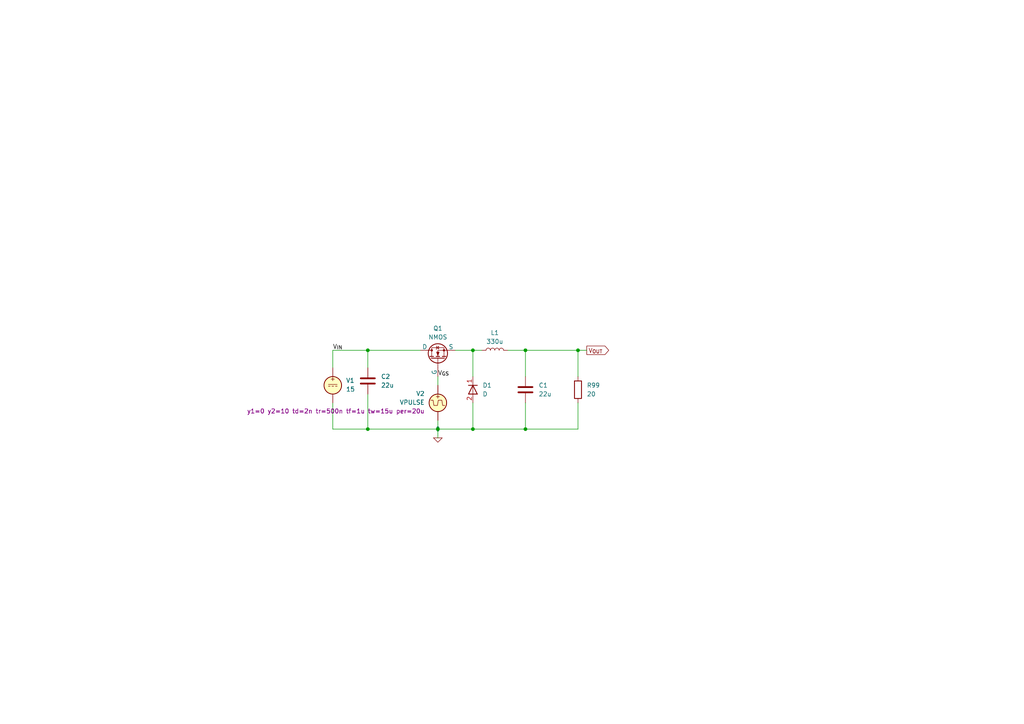
<source format=kicad_sch>
(kicad_sch (version 20231120) (generator "eeschema") (generator_version "8.0")
  (paper "A4")
  (lib_symbols
    (symbol "Device:C" (pin_numbers hide) (pin_names (offset 0.254))
      (property "Reference" "C" (at 0.635 2.54 0))
      (property "Value" "C" (at 0.635 -2.54 0))
      (symbol "C_0_1"
        (polyline (pts (xy -2.032 -0.762) (xy 2.032 -0.762)) (stroke (width 0.508)))
        (polyline (pts (xy -2.032 0.762) (xy 2.032 0.762)) (stroke (width 0.508)))
      )
      (symbol "C_1_1"
        (pin passive line (at 0 3.81 270) (length 2.794) (name "~") (number "1"))
        (pin passive line (at 0 -3.81 90) (length 2.794) (name "~") (number "2"))
      )
    )
    (symbol "Device:L" (pin_numbers hide) (pin_names (offset 1.016) hide)
      (property "Reference" "L" (at -1.27 0 90))
      (property "Value" "L" (at 1.905 0 90))
      (symbol "L_0_1"
        (arc (start 0 -2.54) (mid 0.6323 -1.905) (end 0 -1.27))
        (arc (start 0 -1.27) (mid 0.6323 -0.635) (end 0 0))
        (arc (start 0 0) (mid 0.6323 0.635) (end 0 1.27))
        (arc (start 0 1.27) (mid 0.6323 1.905) (end 0 2.54))
      )
      (symbol "L_1_1"
        (pin passive line (at 0 3.81 270) (length 1.27) (name "1") (number "1"))
        (pin passive line (at 0 -3.81 90) (length 1.27) (name "2") (number "2"))
      )
    )
    (symbol "Device:R" (pin_numbers hide) (pin_names (offset 0))
      (property "Reference" "R" (at 2.032 0 90))
      (property "Value" "R" (at 0 0 90))
      (symbol "R_0_1"
        (rectangle (start -1.016 -2.54) (end 1.016 2.54) (stroke (width 0.254)))
      )
      (symbol "R_1_1"
        (pin passive line (at 0 3.81 270) (length 1.27) (name "~") (number "1"))
        (pin passive line (at 0 -3.81 90) (length 1.27) (name "~") (number "2"))
      )
    )
    (symbol "Simulation_SPICE:0" (power) (pin_numbers hide) (pin_names (offset 0) hide)
      (property "Value" "0" (at 0 -2.54 0))
      (symbol "0_0_1"
        (polyline (pts (xy -1.27 0) (xy 0 -1.27) (xy 1.27 0) (xy -1.27 0)))
      )
      (symbol "0_1_1"
        (pin power_in line (at 0 0 0) (length 0) (name "~") (number "1"))
      )
    )
    (symbol "Simulation_SPICE:D" (pin_names (offset 1.016) hide)
      (property "Reference" "D" (at 0 2.54 0))
      (property "Value" "D" (at 0 -2.54 0))
      (symbol "D_0_1"
        (polyline (pts (xy -1.27 1.27) (xy -1.27 -1.27)) (stroke (width 0.254)))
        (polyline (pts (xy 1.27 0) (xy -1.27 0)))
        (polyline (pts (xy 1.27 1.27) (xy 1.27 -1.27) (xy -1.27 0) (xy 1.27 1.27)) (stroke (width 0.254)))
      )
      (symbol "D_1_1"
        (pin passive line (at -3.81 0 0) (length 2.54) (name "K") (number "1"))
        (pin passive line (at 3.81 0 180) (length 2.54) (name "A") (number "2"))
      )
    )
    (symbol "Simulation_SPICE:NMOS" (pin_numbers hide) (pin_names (offset 0))
      (property "Reference" "Q" (at 5.08 1.27 0))
      (property "Value" "NMOS" (at 5.08 -1.27 0))
      (symbol "NMOS_0_1"
        (polyline (pts (xy 0.254 0) (xy -2.54 0)))
        (polyline (pts (xy 0.254 1.905) (xy 0.254 -1.905)) (stroke (width 0.254)))
        (polyline (pts (xy 0.762 -1.27) (xy 0.762 -2.286)) (stroke (width 0.254)))
        (polyline (pts (xy 0.762 0.508) (xy 0.762 -0.508)) (stroke (width 0.254)))
        (polyline (pts (xy 0.762 2.286) (xy 0.762 1.27)) (stroke (width 0.254)))
        (polyline (pts (xy 2.54 2.54) (xy 2.54 1.778)))
        (polyline (pts (xy 2.54 -2.54) (xy 2.54 0) (xy 0.762 0)))
        (polyline (pts (xy 0.762 -1.778) (xy 3.302 -1.778) (xy 3.302 1.778) (xy 0.762 1.778)))
        (polyline (pts (xy 1.016 0) (xy 2.032 0.381) (xy 2.032 -0.381) (xy 1.016 0)) (fill (type outline)))
        (polyline (pts (xy 2.794 0.508) (xy 2.921 0.381) (xy 3.683 0.381) (xy 3.81 0.254)))
        (polyline (pts (xy 3.302 0.381) (xy 2.921 -0.254) (xy 3.683 -0.254) (xy 3.302 0.381)))
        (circle (center 1.651 0) (radius 2.794) (stroke (width 0.254)))
        (circle (center 2.54 -1.778) (radius 0.254) (fill (type outline)))
        (circle (center 2.54 1.778) (radius 0.254) (fill (type outline)))
      )
      (symbol "NMOS_1_1"
        (pin passive line (at 2.54 5.08 270) (length 2.54) (name "D") (number "1"))
        (pin input line (at -5.08 0 0) (length 2.54) (name "G") (number "2"))
        (pin passive line (at 2.54 -5.08 90) (length 2.54) (name "S") (number "3"))
      )
    )
    (symbol "Simulation_SPICE:VDC" (pin_numbers hide) (pin_names (offset 0.0254))
      (property "Reference" "V" (at 2.54 2.54 0))
      (property "Value" "1" (at 2.54 0 0))
      (symbol "VDC_0_0"
        (polyline (pts (xy -1.27 0.254) (xy 1.27 0.254)))
        (polyline (pts (xy -0.762 -0.254) (xy -1.27 -0.254)))
        (polyline (pts (xy 0.254 -0.254) (xy -0.254 -0.254)))
        (polyline (pts (xy 1.27 -0.254) (xy 0.762 -0.254)))
        (text "+" (at 0 1.905 0) (effects (font (size 1.27 1.27))))
      )
      (symbol "VDC_0_1"
        (circle (center 0 0) (radius 2.54) (stroke (width 0.254)) (fill (type background)))
      )
      (symbol "VDC_1_1"
        (pin passive line (at 0 5.08 270) (length 2.54) (name "~") (number "1"))
        (pin passive line (at 0 -5.08 90) (length 2.54) (name "~") (number "2"))
      )
    )
    (symbol "Simulation_SPICE:VPULSE" (pin_numbers hide) (pin_names (offset 0.0254))
      (property "Reference" "V" (at 2.54 2.54 0))
      (property "Value" "VPULSE" (at 2.54 0 0))
      (property "Sim.Params" "y1=0 y2=1 td=2n tr=2n tf=2n tw=50n per=100n" (at 2.54 -2.54 0))
      (symbol "VPULSE_0_0"
        (polyline (pts (xy -2.032 -0.762) (xy -1.397 -0.762) (xy -1.143 0.762) (xy -0.127 0.762) (xy 0.127 -0.762) (xy 1.143 -0.762) (xy 1.397 0.762) (xy 2.032 0.762)))
        (text "+" (at 0 1.905 0) (effects (font (size 1.27 1.27))))
      )
      (symbol "VPULSE_0_1"
        (circle (center 0 0) (radius 2.54) (stroke (width 0.254)) (fill (type background)))
      )
      (symbol "VPULSE_1_1"
        (pin passive line (at 0 5.08 270) (length 2.54) (name "~") (number "1"))
        (pin passive line (at 0 -5.08 90) (length 2.54) (name "~") (number "2"))
      )
    )
  )
  (junction (at 106.68 124.46))
  (junction (at 152.4 101.6))
  (junction (at 127 124.46))
  (junction (at 106.68 101.6))
  (junction (at 137.16 101.6))
  (junction (at 137.16 124.46))
  (junction (at 152.4 124.46))
  (junction (at 167.64 101.6))
  (wire (pts (xy 96.52 116.84) (xy 96.52 124.46)))
  (wire (pts (xy 127 124.46) (xy 137.16 124.46)))
  (wire (pts (xy 137.16 101.6) (xy 139.7 101.6)))
  (wire (pts (xy 152.4 101.6) (xy 147.32 101.6)))
  (wire (pts (xy 106.68 101.6) (xy 121.92 101.6)))
  (wire (pts (xy 137.16 101.6) (xy 137.16 109.22)))
  (wire (pts (xy 106.68 124.46) (xy 127 124.46)))
  (wire (pts (xy 106.68 101.6) (xy 106.68 106.68)))
  (wire (pts (xy 167.64 116.84) (xy 167.64 124.46)))
  (wire (pts (xy 106.68 101.6) (xy 96.52 101.6)))
  (wire (pts (xy 167.64 101.6) (xy 170.18 101.6)))
  (wire (pts (xy 96.52 101.6) (xy 96.52 106.68)))
  (wire (pts (xy 132.08 101.6) (xy 137.16 101.6)))
  (wire (pts (xy 127 121.92) (xy 127 124.46)))
  (wire (pts (xy 167.64 124.46) (xy 152.4 124.46)))
  (wire (pts (xy 127 109.22) (xy 127 111.76)))
  (wire (pts (xy 152.4 124.46) (xy 152.4 116.84)))
  (wire (pts (xy 167.64 109.22) (xy 167.64 101.6)))
  (wire (pts (xy 137.16 116.84) (xy 137.16 124.46)))
  (wire (pts (xy 137.16 124.46) (xy 152.4 124.46)))
  (wire (pts (xy 152.4 109.22) (xy 152.4 101.6)))
  (wire (pts (xy 127 124.46) (xy 127 127)))
  (wire (pts (xy 152.4 101.6) (xy 167.64 101.6)))
  (wire (pts (xy 106.68 114.3) (xy 106.68 124.46)))
  (wire (pts (xy 96.52 124.46) (xy 106.68 124.46)))
  (label "V_{GS}" (at 127 109.22 0))
  (label "V_{IN}" (at 96.52 101.6 0))
  (global_label "V_{OUT}" (shape output) (at 170.18 101.6 0) (effects (font (size 1.25 1.25))) (property "Intersheetrefs" "${INTERSHEET_REFS}" (effects (hide yes))))
  (symbol (lib_id "Simulation_SPICE:0") (at 127 127 0) (unit 1)
    (property "Reference" "#GND01" (effects (hide yes)))
    (property "Value" "0" (at 127 124.46 0))
    (property "Datasheet" "https://ngspice.sourceforge.io/docs/ngspice-html-manual/manual.xhtml#subsec_Circuit_elements__device" (effects (hide yes)))
    (property "Description" "0V reference potential for simulation" (effects (hide yes)))
  )
  (symbol (lib_id "Simulation_SPICE:VDC") (at 96.52 111.76 0) (unit 1)
    (property "Reference" "V1" (at 100.33 110.3601 0) (effects (justify left)))
    (property "Value" "15" (at 100.33 112.9001 0) (effects (justify left)))
    (property "Datasheet" "https://ngspice.sourceforge.io/docs/ngspice-html-manual/manual.xhtml#sec_Independent_Sources_for" (effects (hide yes)))
    (property "Description" "Voltage source, DC" (effects (hide yes)))
    (property "Sim.Pins" "1=+ 2=-" (effects (hide yes)))
    (property "Sim.Type" "DC" (effects (hide yes)))
    (property "Sim.Device" "V" (effects (hide yes)))
  )
  (symbol (lib_id "Device:C") (at 106.68 110.49 0) (unit 1)
    (property "Reference" "C2" (at 110.49 109.2199 0) (effects (justify left)))
    (property "Value" "22u" (at 110.49 111.7599 0) (effects (justify left)))
    (property "Description" "Unpolarized capacitor" (effects (hide yes)))
  )
  (symbol (lib_id "Device:C") (at 152.4 113.03 0) (unit 1)
    (property "Reference" "C1" (at 156.21 111.7599 0) (effects (justify left)))
    (property "Value" "22u" (at 156.21 114.2999 0) (effects (justify left)))
    (property "Description" "Unpolarized capacitor" (effects (hide yes)))
  )
  (symbol (lib_id "Simulation_SPICE:NMOS") (at 127 104.14 90) (unit 1)
    (property "Reference" "Q1" (at 127 95.25 90))
    (property "Value" "NMOS" (at 127 97.79 90))
    (property "Datasheet" "https://ngspice.sourceforge.io/docs/ngspice-html-manual/manual.xhtml#cha_MOSFETs" (effects (hide yes)))
    (property "Description" "N-MOSFET transistor, drain/source/gate" (effects (hide yes)))
    (property "Sim.Device" "NMOS" (effects (hide yes)))
    (property "Sim.Type" "VDMOS" (effects (hide yes)))
    (property "Sim.Pins" "1=D 2=G 3=S" (effects (hide yes)))
  )
  (symbol (lib_id "Device:R") (at 167.64 113.03 0) (unit 1)
    (property "Reference" "R99" (at 170.18 111.76 0) (effects (font (size 1.25 1.25)) (justify left)))
    (property "Value" "20" (at 170.18 114.2999 0) (effects (justify left)))
    (property "Description" "Resistor" (effects (hide yes)))
  )
  (symbol (lib_id "Simulation_SPICE:VPULSE") (at 127 116.84 0) (mirror y) (unit 1)
    (property "Reference" "V2" (at 123.19 114.1701 0) (effects (justify left)))
    (property "Value" "VPULSE" (at 123.19 116.7101 0) (effects (justify left)))
    (property "Datasheet" "https://ngspice.sourceforge.io/docs/ngspice-html-manual/manual.xhtml#sec_Independent_Sources_for" (effects (hide yes)))
    (property "Description" "Voltage source, pulse" (effects (hide yes)))
    (property "Sim.Pins" "1=+ 2=-" (effects (hide yes)))
    (property "Sim.Type" "PULSE" (effects (hide yes)))
    (property "Sim.Device" "V" (effects (hide yes)))
    (property "Sim.Params" "y1=0 y2=10 td=2n tr=500n tf=1u tw=15u per=20u" (at 123.19 119.2501 0) (effects (justify left)))
  )
  (symbol (lib_id "Simulation_SPICE:D") (at 137.16 113.03 270) (unit 1)
    (property "Reference" "D1" (at 139.954 111.7599 90) (effects (justify left)))
    (property "Value" "D" (at 139.954 114.2999 90) (effects (justify left)))
    (property "Datasheet" "https://ngspice.sourceforge.io/docs/ngspice-html-manual/manual.xhtml#cha_DIODEs" (effects (hide yes)))
    (property "Description" "Diode for simulation or PCB" (effects (hide yes)))
    (property "Sim.Device" "D" (effects (hide yes)))
    (property "Sim.Pins" "1=K 2=A" (effects (hide yes)))
    (property "Sim.Params" "rs=50m cjo=10p" (effects (hide yes)))
  )
  (symbol (lib_id "Device:L") (at 143.51 101.6 90) (unit 1)
    (property "Reference" "L1" (at 143.51 96.52 90))
    (property "Value" "330u" (at 143.51 99.06 90))
    (property "Description" "Inductor" (effects (hide yes)))
  )
)
</source>
